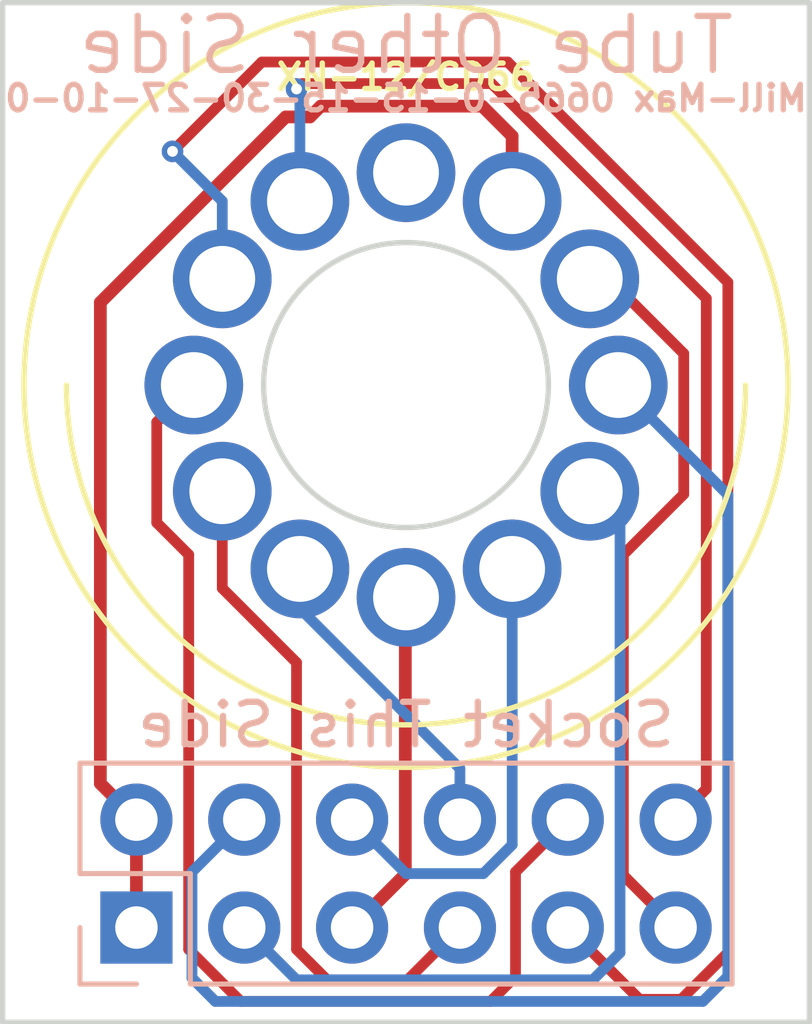
<source format=kicad_pcb>
(kicad_pcb (version 20171130) (host pcbnew "(5.1.6)-1")

  (general
    (thickness 1.6002)
    (drawings 7)
    (tracks 71)
    (zones 0)
    (modules 2)
    (nets 12)
  )

  (page A4)
  (layers
    (0 F.Cu signal)
    (31 B.Cu signal)
    (34 B.Paste user)
    (35 F.Paste user)
    (36 B.SilkS user)
    (37 F.SilkS user)
    (38 B.Mask user)
    (39 F.Mask user)
    (40 Dwgs.User user)
    (44 Edge.Cuts user)
    (45 Margin user)
    (46 B.CrtYd user)
    (47 F.CrtYd user hide)
  )

  (setup
    (last_trace_width 0.254)
    (user_trace_width 0.1524)
    (user_trace_width 0.2)
    (user_trace_width 0.25)
    (user_trace_width 0.3)
    (user_trace_width 0.4)
    (user_trace_width 0.5)
    (user_trace_width 0.6)
    (user_trace_width 0.8)
    (trace_clearance 0.254)
    (zone_clearance 0.1524)
    (zone_45_only no)
    (trace_min 0.1524)
    (via_size 0.508)
    (via_drill 0.254)
    (via_min_size 0.508)
    (via_min_drill 0.254)
    (uvia_size 0.508)
    (uvia_drill 0.127)
    (uvias_allowed no)
    (uvia_min_size 0.508)
    (uvia_min_drill 0.127)
    (edge_width 0.127)
    (segment_width 0.127)
    (pcb_text_width 0.127)
    (pcb_text_size 0.6 0.6)
    (mod_edge_width 0.127)
    (mod_text_size 0.6 0.6)
    (mod_text_width 0.127)
    (pad_size 1.524 1.524)
    (pad_drill 0.762)
    (pad_to_mask_clearance 0.05)
    (solder_mask_min_width 0.1)
    (pad_to_paste_clearance -0.04)
    (aux_axis_origin 0 0)
    (visible_elements 7FFFFFFF)
    (pcbplotparams
      (layerselection 0x3ffff_80000001)
      (usegerberextensions true)
      (usegerberattributes true)
      (usegerberadvancedattributes false)
      (creategerberjobfile false)
      (excludeedgelayer true)
      (linewidth 0.127000)
      (plotframeref false)
      (viasonmask false)
      (mode 1)
      (useauxorigin false)
      (hpglpennumber 1)
      (hpglpenspeed 20)
      (hpglpendiameter 15.000000)
      (psnegative false)
      (psa4output false)
      (plotreference true)
      (plotvalue true)
      (plotinvisibletext false)
      (padsonsilk false)
      (subtractmaskfromsilk false)
      (outputformat 1)
      (mirror false)
      (drillshape 0)
      (scaleselection 1)
      (outputdirectory "CAM/"))
  )

  (net 0 "")
  (net 1 /1)
  (net 2 /0)
  (net 3 /3)
  (net 4 /2)
  (net 5 /5)
  (net 6 /4)
  (net 7 /7)
  (net 8 /6)
  (net 9 /9)
  (net 10 /8)
  (net 11 /Anode)

  (net_class Default "Imperial - this is the standard class"
    (clearance 0.254)
    (trace_width 0.254)
    (via_dia 0.508)
    (via_drill 0.254)
    (uvia_dia 0.508)
    (uvia_drill 0.127)
    (add_net /0)
    (add_net /1)
    (add_net /2)
    (add_net /3)
    (add_net /4)
    (add_net /5)
    (add_net /6)
    (add_net /7)
    (add_net /8)
    (add_net /9)
    (add_net /Anode)
  )

  (net_class 0.2mm ""
    (clearance 0.2)
    (trace_width 0.2)
    (via_dia 0.508)
    (via_drill 0.254)
    (uvia_dia 0.508)
    (uvia_drill 0.127)
  )

  (net_class Minimal ""
    (clearance 0.1524)
    (trace_width 0.1524)
    (via_dia 0.508)
    (via_drill 0.254)
    (uvia_dia 0.508)
    (uvia_drill 0.127)
  )

  (module mynixies:mynixies-SK-116-2 (layer F.Cu) (tedit 200000) (tstamp 5F6BF2E8)
    (at 159.5 109)
    (path /5F67EE36)
    (attr virtual)
    (fp_text reference NX1 (at 0 -7.5) (layer F.SilkS) hide
      (effects (font (size 1.27 1.27) (thickness 0.15)))
    )
    (fp_text value "Tube Other Side" (at 0 -8) (layer B.SilkS)
      (effects (font (size 1.27 1.27) (thickness 0.15)) (justify mirror))
    )
    (fp_arc (start 0 0) (end 7.99846 0) (angle 180) (layer F.SilkS) (width 0.127))
    (fp_circle (center 0 0) (end 0 -8.99922) (layer F.SilkS) (width 0.127))
    (pad P$12 thru_hole circle (at 4.32816 2.49936) (size 2.3241 2.3241) (drill 1.5494) (layers *.Cu *.Mask)
      (net 10 /8))
    (pad P$11 thru_hole circle (at 2.49936 4.32816) (size 2.3241 2.3241) (drill 1.5494) (layers *.Cu *.Mask)
      (net 7 /7))
    (pad P$10 thru_hole circle (at 0 4.99872) (size 2.3241 2.3241) (drill 1.5494) (layers *.Cu *.Mask)
      (net 8 /6))
    (pad P$9 thru_hole circle (at -2.49936 4.32816) (size 2.3241 2.3241) (drill 1.5494) (layers *.Cu *.Mask)
      (net 5 /5))
    (pad P$8 thru_hole circle (at -4.32816 2.49936) (size 2.3241 2.3241) (drill 1.5494) (layers *.Cu *.Mask)
      (net 6 /4))
    (pad P$7 thru_hole circle (at -4.99872 0) (size 2.3241 2.3241) (drill 1.5494) (layers *.Cu *.Mask)
      (net 3 /3))
    (pad P$6 thru_hole circle (at -4.32816 -2.49936) (size 2.3241 2.3241) (drill 1.5494) (layers *.Cu *.Mask)
      (net 4 /2))
    (pad P$5 thru_hole circle (at -2.49936 -4.32816) (size 2.3241 2.3241) (drill 1.5494) (layers *.Cu *.Mask)
      (net 1 /1))
    (pad P$4 thru_hole circle (at 0 -4.99872) (size 2.3241 2.3241) (drill 1.5494) (layers *.Cu *.Mask))
    (pad P$3 thru_hole circle (at 2.49936 -4.32816) (size 2.3241 2.3241) (drill 1.5494) (layers *.Cu *.Mask)
      (net 11 /Anode))
    (pad P$2 thru_hole circle (at 4.32816 -2.49936) (size 2.3241 2.3241) (drill 1.5494) (layers *.Cu *.Mask)
      (net 2 /0))
    (pad P$1 thru_hole circle (at 4.99872 0) (size 2.3241 2.3241) (drill 1.5494) (layers *.Cu *.Mask)
      (net 9 /9))
  )

  (module Connector_PinSocket_2.54mm:PinSocket_2x06_P2.54mm_Vertical (layer B.Cu) (tedit 5A19A42B) (tstamp 5F69EA39)
    (at 153.15 121.77 270)
    (descr "Through hole straight socket strip, 2x06, 2.54mm pitch, double cols (from Kicad 4.0.7), script generated")
    (tags "Through hole socket strip THT 2x06 2.54mm double row")
    (path /5F68056F)
    (fp_text reference J1 (at -1.27 2.77 270) (layer B.SilkS) hide
      (effects (font (size 1 1) (thickness 0.15)) (justify mirror))
    )
    (fp_text value "Socket This Side" (at -4.77 -6.35 180) (layer B.SilkS)
      (effects (font (size 1 1) (thickness 0.15)) (justify mirror))
    )
    (fp_text user %R (at -1.27 -6.35) (layer B.Fab)
      (effects (font (size 1 1) (thickness 0.15)) (justify mirror))
    )
    (fp_line (start -3.81 1.27) (end 0.27 1.27) (layer B.Fab) (width 0.1))
    (fp_line (start 0.27 1.27) (end 1.27 0.27) (layer B.Fab) (width 0.1))
    (fp_line (start 1.27 0.27) (end 1.27 -13.97) (layer B.Fab) (width 0.1))
    (fp_line (start 1.27 -13.97) (end -3.81 -13.97) (layer B.Fab) (width 0.1))
    (fp_line (start -3.81 -13.97) (end -3.81 1.27) (layer B.Fab) (width 0.1))
    (fp_line (start -3.87 1.33) (end -1.27 1.33) (layer B.SilkS) (width 0.12))
    (fp_line (start -3.87 1.33) (end -3.87 -14.03) (layer B.SilkS) (width 0.12))
    (fp_line (start -3.87 -14.03) (end 1.33 -14.03) (layer B.SilkS) (width 0.12))
    (fp_line (start 1.33 -1.27) (end 1.33 -14.03) (layer B.SilkS) (width 0.12))
    (fp_line (start -1.27 -1.27) (end 1.33 -1.27) (layer B.SilkS) (width 0.12))
    (fp_line (start -1.27 1.33) (end -1.27 -1.27) (layer B.SilkS) (width 0.12))
    (fp_line (start 1.33 1.33) (end 1.33 0) (layer B.SilkS) (width 0.12))
    (fp_line (start 0 1.33) (end 1.33 1.33) (layer B.SilkS) (width 0.12))
    (fp_line (start -4.34 1.8) (end 1.76 1.8) (layer B.CrtYd) (width 0.05))
    (fp_line (start 1.76 1.8) (end 1.76 -14.45) (layer B.CrtYd) (width 0.05))
    (fp_line (start 1.76 -14.45) (end -4.34 -14.45) (layer B.CrtYd) (width 0.05))
    (fp_line (start -4.34 -14.45) (end -4.34 1.8) (layer B.CrtYd) (width 0.05))
    (pad 12 thru_hole oval (at -2.54 -12.7 270) (size 1.7 1.7) (drill 1) (layers *.Cu *.Mask)
      (net 1 /1))
    (pad 11 thru_hole oval (at 0 -12.7 270) (size 1.7 1.7) (drill 1) (layers *.Cu *.Mask)
      (net 2 /0))
    (pad 10 thru_hole oval (at -2.54 -10.16 270) (size 1.7 1.7) (drill 1) (layers *.Cu *.Mask)
      (net 3 /3))
    (pad 9 thru_hole oval (at 0 -10.16 270) (size 1.7 1.7) (drill 1) (layers *.Cu *.Mask)
      (net 4 /2))
    (pad 8 thru_hole oval (at -2.54 -7.62 270) (size 1.7 1.7) (drill 1) (layers *.Cu *.Mask)
      (net 5 /5))
    (pad 7 thru_hole oval (at 0 -7.62 270) (size 1.7 1.7) (drill 1) (layers *.Cu *.Mask)
      (net 6 /4))
    (pad 6 thru_hole oval (at -2.54 -5.08 270) (size 1.7 1.7) (drill 1) (layers *.Cu *.Mask)
      (net 7 /7))
    (pad 5 thru_hole oval (at 0 -5.08 270) (size 1.7 1.7) (drill 1) (layers *.Cu *.Mask)
      (net 8 /6))
    (pad 4 thru_hole oval (at -2.54 -2.54 270) (size 1.7 1.7) (drill 1) (layers *.Cu *.Mask)
      (net 9 /9))
    (pad 3 thru_hole oval (at 0 -2.54 270) (size 1.7 1.7) (drill 1) (layers *.Cu *.Mask)
      (net 10 /8))
    (pad 2 thru_hole oval (at -2.54 0 270) (size 1.7 1.7) (drill 1) (layers *.Cu *.Mask)
      (net 11 /Anode))
    (pad 1 thru_hole rect (at 0 0 270) (size 1.7 1.7) (drill 1) (layers *.Cu *.Mask)
      (net 11 /Anode))
    (model ${KISYS3DMOD}/Connector_PinSocket_2.54mm.3dshapes/PinSocket_2x06_P2.54mm_Vertical.wrl
      (at (xyz 0 0 0))
      (scale (xyz 1 1 1))
      (rotate (xyz 0 0 0))
    )
  )

  (gr_text "Mill-Max 0665-0-15-15-30-27-10-0" (at 159.5 102.25) (layer B.SilkS)
    (effects (font (size 0.6 0.6) (thickness 0.127)) (justify mirror))
  )
  (gr_text XN-12/CD66 (at 159.5 101.75) (layer F.SilkS)
    (effects (font (size 0.6 0.6) (thickness 0.127)))
  )
  (gr_circle (center 159.5 109) (end 162.854102 109) (layer Edge.Cuts) (width 0.127))
  (gr_line (start 150 124) (end 150 100) (layer Edge.Cuts) (width 0.127) (tstamp 5F69E709))
  (gr_line (start 169 124) (end 150 124) (layer Edge.Cuts) (width 0.127))
  (gr_line (start 169 100) (end 169 124) (layer Edge.Cuts) (width 0.127))
  (gr_line (start 150 100) (end 169 100) (layer Edge.Cuts) (width 0.127))

  (segment (start 166.57299 118.50701) (end 166.57299 106.961754) (width 0.254) (layer F.Cu) (net 1))
  (segment (start 157.00064 102.11046) (end 156.921397 102.031217) (width 0.254) (layer B.Cu) (net 1))
  (segment (start 161.515454 101.904218) (end 157.048396 101.904218) (width 0.254) (layer F.Cu) (net 1))
  (segment (start 157.048396 101.904218) (end 156.921397 102.031217) (width 0.254) (layer F.Cu) (net 1))
  (via (at 156.921397 102.031217) (size 0.508) (drill 0.254) (layers F.Cu B.Cu) (net 1))
  (segment (start 157.00064 104.67184) (end 157.00064 102.11046) (width 0.254) (layer B.Cu) (net 1))
  (segment (start 166.57299 106.961754) (end 161.515454 101.904218) (width 0.254) (layer F.Cu) (net 1))
  (segment (start 165.85 119.23) (end 166.57299 118.50701) (width 0.254) (layer F.Cu) (net 1))
  (segment (start 164.283076 106.50064) (end 163.82816 106.50064) (width 0.254) (layer F.Cu) (net 2))
  (segment (start 166.041771 111.569465) (end 166.041771 108.259335) (width 0.254) (layer F.Cu) (net 2))
  (segment (start 164.618999 112.992237) (end 166.041771 111.569465) (width 0.254) (layer F.Cu) (net 2))
  (segment (start 164.618999 120.538999) (end 164.618999 112.992237) (width 0.254) (layer F.Cu) (net 2))
  (segment (start 166.041771 108.259335) (end 164.283076 106.50064) (width 0.254) (layer F.Cu) (net 2))
  (segment (start 165.85 121.77) (end 164.618999 120.538999) (width 0.254) (layer F.Cu) (net 2))
  (segment (start 162.078999 120.461001) (end 162.078999 122.921001) (width 0.254) (layer F.Cu) (net 3))
  (segment (start 163.31 119.23) (end 162.078999 120.461001) (width 0.254) (layer F.Cu) (net 3))
  (segment (start 153.628789 109.872491) (end 154.50128 109) (width 0.254) (layer F.Cu) (net 3))
  (segment (start 153.628789 112.240025) (end 153.628789 109.872491) (width 0.254) (layer F.Cu) (net 3))
  (segment (start 154.381001 112.992237) (end 153.628789 112.240025) (width 0.254) (layer F.Cu) (net 3))
  (segment (start 154.381001 122.282883) (end 154.381001 112.992237) (width 0.254) (layer F.Cu) (net 3))
  (segment (start 155.607131 123.509013) (end 154.381001 122.282883) (width 0.254) (layer F.Cu) (net 3))
  (segment (start 161.490986 123.509013) (end 155.607131 123.509013) (width 0.254) (layer F.Cu) (net 3))
  (segment (start 162.078999 122.921001) (end 161.490986 123.509013) (width 0.254) (layer F.Cu) (net 3))
  (segment (start 163.31 121.77) (end 165 123.46) (width 0.254) (layer F.Cu) (net 4))
  (segment (start 167.081001 122.360881) (end 167.081001 106.581001) (width 0.254) (layer F.Cu) (net 4))
  (segment (start 165.981882 123.46) (end 167.081001 122.360881) (width 0.254) (layer F.Cu) (net 4))
  (segment (start 165 123.46) (end 165.981882 123.46) (width 0.254) (layer F.Cu) (net 4))
  (segment (start 156.103793 101.396207) (end 154 103.5) (width 0.254) (layer F.Cu) (net 4))
  (segment (start 161.896206 101.396207) (end 156.103793 101.396207) (width 0.254) (layer F.Cu) (net 4))
  (segment (start 167.081001 106.581001) (end 161.896206 101.396207) (width 0.254) (layer F.Cu) (net 4))
  (via (at 154 103.5) (size 0.508) (drill 0.254) (layers F.Cu B.Cu) (net 4))
  (segment (start 155.17184 104.67184) (end 155.17184 106.50064) (width 0.254) (layer B.Cu) (net 4))
  (segment (start 154 103.5) (end 155.17184 104.67184) (width 0.254) (layer B.Cu) (net 4))
  (segment (start 160.77 118.027919) (end 157.00064 114.258559) (width 0.254) (layer B.Cu) (net 5))
  (segment (start 157.00064 114.258559) (end 157.00064 113.32816) (width 0.254) (layer B.Cu) (net 5))
  (segment (start 160.77 119.23) (end 160.77 118.027919) (width 0.254) (layer B.Cu) (net 5))
  (segment (start 155.17184 113.783076) (end 155.17184 111.49936) (width 0.254) (layer F.Cu) (net 6))
  (segment (start 156.921001 115.532237) (end 155.17184 113.783076) (width 0.254) (layer F.Cu) (net 6))
  (segment (start 156.921001 122.282883) (end 156.921001 115.532237) (width 0.254) (layer F.Cu) (net 6))
  (segment (start 157.639119 123.001001) (end 156.921001 122.282883) (width 0.254) (layer F.Cu) (net 6))
  (segment (start 159.538999 123.001001) (end 157.639119 123.001001) (width 0.254) (layer F.Cu) (net 6))
  (segment (start 160.77 121.77) (end 159.538999 123.001001) (width 0.254) (layer F.Cu) (net 6))
  (segment (start 158.23 119.23) (end 159.5 120.5) (width 0.254) (layer B.Cu) (net 7))
  (segment (start 162.001001 119.820881) (end 162.001001 113.329801) (width 0.254) (layer B.Cu) (net 7))
  (segment (start 161.321882 120.5) (end 162.001001 119.820881) (width 0.254) (layer B.Cu) (net 7))
  (segment (start 162.001001 113.329801) (end 161.99936 113.32816) (width 0.254) (layer B.Cu) (net 7))
  (segment (start 159.5 120.5) (end 161.321882 120.5) (width 0.254) (layer B.Cu) (net 7))
  (segment (start 159.484001 114.014719) (end 159.5 113.99872) (width 0.3) (layer F.Cu) (net 8))
  (segment (start 159.484001 120.515999) (end 159.484001 114.014719) (width 0.3) (layer F.Cu) (net 8))
  (segment (start 158.23 121.77) (end 159.484001 120.515999) (width 0.3) (layer F.Cu) (net 8))
  (segment (start 154.458999 120.461001) (end 154.458999 122.958999) (width 0.254) (layer B.Cu) (net 9))
  (segment (start 155.69 119.23) (end 154.458999 120.461001) (width 0.254) (layer B.Cu) (net 9))
  (segment (start 155.009014 123.509013) (end 166.490987 123.509013) (width 0.254) (layer B.Cu) (net 9))
  (segment (start 154.458999 122.958999) (end 155.009014 123.509013) (width 0.254) (layer B.Cu) (net 9))
  (segment (start 167.081001 111.582281) (end 164.49872 109) (width 0.254) (layer B.Cu) (net 9))
  (segment (start 167.081001 122.918999) (end 167.081001 111.582281) (width 0.254) (layer B.Cu) (net 9))
  (segment (start 166.490987 123.509013) (end 167.081001 122.918999) (width 0.254) (layer B.Cu) (net 9))
  (segment (start 164.541001 112.212201) (end 163.82816 111.49936) (width 0.254) (layer B.Cu) (net 10))
  (segment (start 164.541001 122.360881) (end 164.541001 112.212201) (width 0.254) (layer B.Cu) (net 10))
  (segment (start 163.900881 123.001001) (end 164.541001 122.360881) (width 0.254) (layer B.Cu) (net 10))
  (segment (start 156.921001 123.001001) (end 163.900881 123.001001) (width 0.254) (layer B.Cu) (net 10))
  (segment (start 155.69 121.77) (end 156.921001 123.001001) (width 0.254) (layer B.Cu) (net 10))
  (segment (start 153.15 119.23) (end 153.15 121.77) (width 0.3) (layer F.Cu) (net 11))
  (segment (start 161.99936 103.139086) (end 161.295503 102.435229) (width 0.3) (layer F.Cu) (net 11))
  (segment (start 156.665505 102.689219) (end 152.300001 107.054723) (width 0.3) (layer F.Cu) (net 11))
  (segment (start 157.237239 102.689219) (end 156.665505 102.689219) (width 0.3) (layer F.Cu) (net 11))
  (segment (start 152.300001 118.380001) (end 153.15 119.23) (width 0.3) (layer F.Cu) (net 11))
  (segment (start 157.491229 102.435229) (end 157.237239 102.689219) (width 0.3) (layer F.Cu) (net 11))
  (segment (start 161.99936 104.67184) (end 161.99936 103.139086) (width 0.3) (layer F.Cu) (net 11))
  (segment (start 152.300001 107.054723) (end 152.300001 118.380001) (width 0.3) (layer F.Cu) (net 11))
  (segment (start 161.295503 102.435229) (end 157.491229 102.435229) (width 0.3) (layer F.Cu) (net 11))

)

</source>
